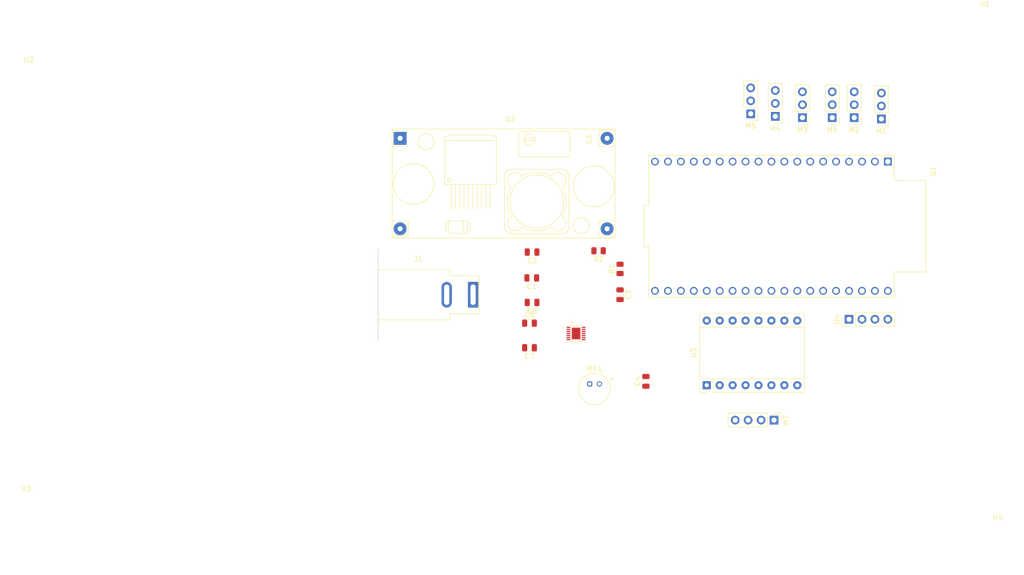
<source format=kicad_pcb>
(kicad_pcb (version 20241229) (generator "pcbnew") (generator_version "9.0")
  (layers (0 "F.Cu" signal) (2 "B.Cu" signal) (13 "F.Paste" user) (15 "B.Paste" user) (5 "F.SilkS" user "F.Silkscreen") (7 "B.SilkS" user "B.Silkscreen") (1 "F.Mask" user) (3 "B.Mask" user) (25 "Edge.Cuts" user))
  (net 0 "")
  (net 1 "12V")
  (net 2 "GND")
  (net 3 "Net-(U5-MICIN)")
  (net 4 "Net-(MK1-+)")
  (net 5 "Net-(U5-BIAS)")
  (net 6 "Net-(U5-CT)")
  (net 7 "Net-(U5-CG)")
  (net 8 "3.3V")
  (net 9 "7.2V")
  (net 10 "/THUMB_1")
  (net 11 "/THUMB_2")
  (net 12 "/INDEX")
  (net 13 "/MIDDLE")
  (net 14 "/RING")
  (net 15 "/PINKIE")
  (net 16 "Net-(U3-2B)")
  (net 17 "Net-(M7--)")
  (net 18 "Net-(U3-1A)")
  (net 19 "Net-(U3-1B)")
  (net 20 "Net-(U5-TH)")
  (net 24 "/CW")
  (net 25 "/DIR_PIN")
  (net 27 "/STEP_PIN")
  (net 29 "5V")
  (net 31 "/MP_OUT")
  (net 41 "/DT")
  (footprint "Capacitor_SMD:C_0805_2012Metric" (layer "F.Cu") (at 177.038 93.98 180)
    (property "Reference" "C7" (at 0 -1.68 0) (layer "F.SilkS"))
    (property "Value" "1uF")
    (fp_line (start -0.261252 0.735) (end 0.261252 0.735) (stroke (width 0.12)) (layer "F.SilkS"))
    (fp_line (start -0.261252 -0.735) (end 0.261252 -0.735) (stroke (width 0.12)) (layer "F.SilkS"))
    (pad "1" smd roundrect (at -0.95 0 180) (size 1 1.45) (layers "F.Cu" "F.Mask" "F.Paste") (net 8 "3.3V"))
    (pad "2" smd roundrect (at 0.95 0 180) (size 1 1.45) (layers "F.Cu" "F.Mask" "F.Paste") (net 2 "GND"))
  )
  (footprint "Connector_PinHeader_2.54mm:PinHeader_1x04_P2.54mm_Vertical" (layer "F.Cu") (at 239.776 88.392 90)
    (property "Reference" "U4" (at 0 -2.38 90) (layer "F.SilkS"))
    (property "Value" "~")
    (fp_line (start -1.38 -1.38) (end 0 -1.38) (stroke (width 0.12)) (layer "F.SilkS"))
    (fp_line (start -1.38 0) (end -1.38 -1.38) (stroke (width 0.12)) (layer "F.SilkS"))
    (fp_line (start 1.38 1.27) (end 1.38 9) (stroke (width 0.12)) (layer "F.SilkS"))
    (fp_line (start -1.38 1.27) (end 1.38 1.27) (stroke (width 0.12)) (layer "F.SilkS"))
    (fp_line (start -1.38 1.27) (end -1.38 9) (stroke (width 0.12)) (layer "F.SilkS"))
    (fp_line (start -1.38 9) (end 1.38 9) (stroke (width 0.12)) (layer "F.SilkS"))
    (pad "1" thru_hole rect (at 0 0 90) (size 1.7 1.7) (drill 1) (layers "*.Cu" "*.Mask") (net 8 "3.3V"))
    (pad "2" thru_hole circle (at 0 2.54 90) (size 1.7 1.7) (drill 1) (layers "*.Cu" "*.Mask") (net 2 "GND"))
    (pad "3" thru_hole circle (at 0 5.08 90) (size 1.7 1.7) (drill 1) (layers "*.Cu" "*.Mask") (net 24 "/CW"))
    (pad "4" thru_hole circle (at 0 7.62 90) (size 1.7 1.7) (drill 1) (layers "*.Cu" "*.Mask") (net 41 "/DT"))
  )
  (footprint "Connector_BarrelJack:BarrelJack_SwitchcraftConxall_RAPC10U_Horizontal" (layer "F.Cu") (at 165.962 83.566)
    (property "Reference" "J1" (at -10.8 -7 0) (layer "F.SilkS"))
    (property "Value" "Barrel_Jack")
    (fp_line (start -18.55 4.945) (end -4.55 4.945) (stroke (width 0.12)) (layer "F.SilkS"))
    (fp_line (start -4.55 -4.945) (end -18.55 -4.945) (stroke (width 0.12)) (layer "F.SilkS"))
    (fp_line (start -4.55 -3.74) (end -4.55 -4.945) (stroke (width 0.12)) (layer "F.SilkS"))
    (fp_line (start -4.55 3.74) (end 1.22 3.74) (stroke (width 0.12)) (layer "F.SilkS"))
    (fp_line (start -4.55 4.945) (end -4.55 3.74) (stroke (width 0.12)) (layer "F.SilkS"))
    (fp_line (start 1.22 -3.74) (end -4.55 -3.74) (stroke (width 0.12)) (layer "F.SilkS"))
    (fp_line (start 1.22 3.74) (end 1.22 -3.74) (stroke (width 0.12)) (layer "F.SilkS"))
    (fp_line (start -18.67 -9) (end -18.67 9) (stroke (width 0.12)) (layer "Edge.Cuts"))
    (pad "1" thru_hole rect (at 0 0) (size 2.02 5.02) (drill oval 1.02 4.02) (layers "*.Cu" "*.Mask") (net 1 "12V"))
    (pad "2" thru_hole oval (at -5.18 0) (size 2.02 5.02) (drill oval 1.02 4.02) (layers "*.Cu" "*.Mask") (net 2 "GND"))
  )
  (footprint "MountingHole:MountingHole_4.3mm_M4" (layer "F.Cu") (at 268.986 132.588)
    (property "Reference" "H4" (at 0 -5.25 0) (layer "F.SilkS"))
    (property "Value" "MountingHole")
    (pad "" np_thru_hole circle (at 0 0) (size 4.3 4.3) (drill 4.3) (layers "*.Cu" "*.Mask"))
  )
  (footprint "Capacitor_SMD:C_0805_2012Metric" (layer "F.Cu") (at 177.546 85.09 180)
    (property "Reference" "C5" (at 0 -1.68 0) (layer "F.SilkS"))
    (property "Value" "470nF")
    (fp_line (start -0.261252 0.735) (end 0.261252 0.735) (stroke (width 0.12)) (layer "F.SilkS"))
    (fp_line (start -0.261252 -0.735) (end 0.261252 -0.735) (stroke (width 0.12)) (layer "F.SilkS"))
    (pad "1" smd roundrect (at -0.95 0 180) (size 1 1.45) (layers "F.Cu" "F.Mask" "F.Paste") (net 2 "GND"))
    (pad "2" smd roundrect (at 0.95 0 180) (size 1 1.45) (layers "F.Cu" "F.Mask" "F.Paste") (net 6 "Net-(U5-CT)"))
  )
  (footprint "MountingHole:MountingHole_4.3mm_M4" (layer "F.Cu") (at 266.446 31.75)
    (property "Reference" "H1" (at 0 -5.25 0) (layer "F.SilkS"))
    (property "Value" "MountingHole")
    (pad "" np_thru_hole circle (at 0 0) (size 4.3 4.3) (drill 4.3) (layers "*.Cu" "*.Mask"))
  )
  (footprint "MAX9814ETD_T:SON40P300X300X80-15N" (layer "F.Cu") (at 186.182 91.186)
    (property "Reference" "U5" (at -0.784 -2.1032 0) (layer "F.SilkS") (effects (font (size 0.32 0.32))))
    (property "Value" "MAX9814ETD_T")
    (fp_line (start -1.55 -1.55) (end 1.55 -1.55) (stroke (width 0.127)) (layer "F.SilkS"))
    (fp_line (start -1.55 1.55) (end 1.55 1.55) (stroke (width 0.127)) (layer "F.SilkS"))
    (fp_circle (center -2.5 -1.2) (end -2.4 -1.2) (stroke (width 0.2)) (fill no) (layer "F.SilkS"))
    (pad "1" smd roundrect (at -1.485 -1.2) (size 0.76 0.22) (layers "F.Cu" "F.Mask" "F.Paste") (roundrect_rratio 0.125) (net 6 "Net-(U5-CT)"))
    (pad "2" smd roundrect (at -1.485 -0.8) (size 0.76 0.22) (layers "F.Cu" "F.Mask" "F.Paste") (roundrect_rratio 0.125) (net 8 "3.3V"))
    (pad "3" smd roundrect (at -1.485 -0.4) (size 0.76 0.22) (layers "F.Cu" "F.Mask" "F.Paste") (roundrect_rratio 0.125) (net 7 "Net-(U5-CG)"))
    (pad "4" smd roundrect (at -1.485 0) (size 0.76 0.22) (layers "F.Cu" "F.Mask" "F.Paste") (roundrect_rratio 0.125))
    (pad "5" smd roundrect (at -1.485 0.4) (size 0.76 0.22) (layers "F.Cu" "F.Mask" "F.Paste") (roundrect_rratio 0.125) (net 8 "3.3V"))
    (pad "6" smd roundrect (at -1.485 0.8) (size 0.76 0.22) (layers "F.Cu" "F.Mask" "F.Paste") (roundrect_rratio 0.125) (net 31 "/MP_OUT"))
    (pad "7" smd roundrect (at -1.485 1.2) (size 0.76 0.22) (layers "F.Cu" "F.Mask" "F.Paste") (roundrect_rratio 0.125) (net 2 "GND"))
    (pad "8" smd roundrect (at 1.485 1.2) (size 0.76 0.22) (layers "F.Cu" "F.Mask" "F.Paste") (roundrect_rratio 0.125) (net 3 "Net-(U5-MICIN)"))
    (pad "9" smd roundrect (at 1.485 0.8) (size 0.76 0.22) (layers "F.Cu" "F.Mask" "F.Paste") (roundrect_rratio 0.125) (net 2 "GND"))
    (pad "10" smd roundrect (at 1.485 0.4) (size 0.76 0.22) (layers "F.Cu" "F.Mask" "F.Paste") (roundrect_rratio 0.125) (net 8 "3.3V"))
    (pad "11" smd roundrect (at 1.485 0) (size 0.76 0.22) (layers "F.Cu" "F.Mask" "F.Paste") (roundrect_rratio 0.125))
    (pad "12" smd roundrect (at 1.485 -0.4) (size 0.76 0.22) (layers "F.Cu" "F.Mask" "F.Paste") (roundrect_rratio 0.125) (net 5 "Net-(U5-BIAS)"))
    (pad "13" smd roundrect (at 1.485 -0.8) (size 0.76 0.22) (layers "F.Cu" "F.Mask" "F.Paste") (roundrect_rratio 0.125) (net 4 "Net-(MK1-+)"))
    (pad "14" smd roundrect (at 1.485 -1.2) (size 0.76 0.22) (layers "F.Cu" "F.Mask" "F.Paste") (roundrect_rratio 0.125) (net 20 "Net-(U5-TH)"))
    (pad "15" smd rect (at 0 0) (size 1.7 2.3) (layers "F.Cu" "F.Mask") (net 2 "GND"))
  )
  (footprint "Resistor_SMD:R_0805_2012Metric" (layer "F.Cu") (at 190.6035 74.93 180)
    (property "Reference" "R2" (at 0 -1.65 0) (layer "F.SilkS"))
    (property "Value" "100k")
    (fp_line (start -0.227064 0.735) (end 0.227064 0.735) (stroke (width 0.12)) (layer "F.SilkS"))
    (fp_line (start -0.227064 -0.735) (end 0.227064 -0.735) (stroke (width 0.12)) (layer "F.SilkS"))
    (pad "1" smd roundrect (at -0.9125 0 180) (size 1.025 1.4) (layers "F.Cu" "F.Mask" "F.Paste") (roundrect_rratio 0.243902) (net 20 "Net-(U5-TH)"))
    (pad "2" smd roundrect (at 0.9125 0 180) (size 1.025 1.4) (layers "F.Cu" "F.Mask" "F.Paste") (roundrect_rratio 0.243902) (net 2 "GND"))
  )
  (footprint "Module:Pololu_Breakout-16_15.2x20.3mm" (layer "F.Cu") (at 211.836 101.346 90)
    (property "Reference" "U3" (at 6.35 -2.54 90) (layer "F.SilkS"))
    (property "Value" "A4988_Stepper_Motor_Driver")
    (fp_line (start 14.1 -1.4) (end 1.27 -1.4) (stroke (width 0.12)) (layer "F.SilkS"))
    (fp_line (start 11.43 -1.4) (end 11.43 19.18) (stroke (width 0.12)) (layer "F.SilkS"))
    (fp_line (start 1.27 -1.4) (end 1.27 1.27) (stroke (width 0.12)) (layer "F.SilkS"))
    (fp_line (start 0 -1.4) (end -1.4 -1.4) (stroke (width 0.12)) (layer "F.SilkS"))
    (fp_line (start -1.4 -1.4) (end -1.4 0) (stroke (width 0.12)) (layer "F.SilkS"))
    (fp_line (start 1.27 1.27) (end -1.4 1.27) (stroke (width 0.12)) (layer "F.SilkS"))
    (fp_line (start 1.27 1.27) (end 1.27 19.18) (stroke (width 0.12)) (layer "F.SilkS"))
    (fp_line (start -1.4 1.27) (end -1.4 19.18) (stroke (width 0.12)) (layer "F.SilkS"))
    (fp_line (start 14.1 19.18) (end 14.1 -1.4) (stroke (width 0.12)) (layer "F.SilkS"))
    (fp_line (start -1.4 19.18) (end 14.1 19.18) (stroke (width 0.12)) (layer "F.SilkS"))
    (pad "1" thru_hole rect (at 0 0 90) (size 1.6 1.6) (drill 0.8) (layers "*.Cu" "*.Mask") (net 2 "GND"))
    (pad "2" thru_hole oval (at 0 2.54 90) (size 1.6 1.6) (drill 0.8) (layers "*.Cu" "*.Mask") (net 8 "3.3V"))
    (pad "3" thru_hole oval (at 0 5.08 90) (size 1.6 1.6) (drill 0.8) (layers "*.Cu" "*.Mask") (net 19 "Net-(U3-1B)"))
    (pad "4" thru_hole oval (at 0 7.62 90) (size 1.6 1.6) (drill 0.8) (layers "*.Cu" "*.Mask") (net 18 "Net-(U3-1A)"))
    (pad "5" thru_hole oval (at 0 10.16 90) (size 1.6 1.6) (drill 0.8) (layers "*.Cu" "*.Mask") (net 17 "Net-(M7--)"))
    (pad "6" thru_hole oval (at 0 12.7 90) (size 1.6 1.6) (drill 0.8) (layers "*.Cu" "*.Mask") (net 16 "Net-(U3-2B)"))
    (pad "7" thru_hole oval (at 0 15.24 90) (size 1.6 1.6) (drill 0.8) (layers "*.Cu" "*.Mask") (net 2 "GND"))
    (pad "8" thru_hole oval (at 0 17.78 90) (size 1.6 1.6) (drill 0.8) (layers "*.Cu" "*.Mask") (net 1 "12V"))
    (pad "9" thru_hole oval (at 12.7 17.78 90) (size 1.6 1.6) (drill 0.8) (layers "*.Cu" "*.Mask") (net 2 "GND"))
    (pad "10" thru_hole oval (at 12.7 15.24 90) (size 1.6 1.6) (drill 0.8) (layers "*.Cu" "*.Mask"))
    (pad "11" thru_hole oval (at 12.7 12.7 90) (size 1.6 1.6) (drill 0.8) (layers "*.Cu" "*.Mask"))
    (pad "12" thru_hole oval (at 12.7 10.16 90) (size 1.6 1.6) (drill 0.8) (layers "*.Cu" "*.Mask"))
    (pad "13" thru_hole oval (at 12.7 7.62 90) (size 1.6 1.6) (drill 0.8) (layers "*.Cu" "*.Mask"))
    (pad "14" thru_hole oval (at 12.7 5.08 90) (size 1.6 1.6) (drill 0.8) (layers "*.Cu" "*.Mask"))
    (pad "15" thru_hole oval (at 12.7 2.54 90) (size 1.6 1.6) (drill 0.8) (layers "*.Cu" "*.Mask") (net 27 "/STEP_PIN"))
    (pad "16" thru_hole oval (at 12.7 0 90) (size 1.6 1.6) (drill 0.8) (layers "*.Cu" "*.Mask") (net 25 "/DIR_PIN"))
  )
  (footprint "Connector_PinHeader_2.54mm:PinHeader_1x03_P2.54mm_Vertical" (layer "F.Cu") (at 230.632 48.768 180)
    (property "Reference" "M3" (at 0 -2.38 0) (layer "F.SilkS"))
    (property "Value" "Motor_Servo")
    (fp_line (start 1.38 1.27) (end 1.38 6.46) (stroke (width 0.12)) (layer "F.SilkS"))
    (fp_line (start -1.38 6.46) (end 1.38 6.46) (stroke (width 0.12)) (layer "F.SilkS"))
    (fp_line (start -1.38 1.27) (end 1.38 1.27) (stroke (width 0.12)) (layer "F.SilkS"))
    (fp_line (start -1.38 1.27) (end -1.38 6.46) (stroke (width 0.12)) (layer "F.SilkS"))
    (fp_line (start -1.38 0) (end -1.38 -1.38) (stroke (width 0.12)) (layer "F.SilkS"))
    (fp_line (start -1.38 -1.38) (end 0 -1.38) (stroke (width 0.12)) (layer "F.SilkS"))
    (pad "1" thru_hole rect (at 0 0 180) (size 1.7 1.7) (drill 1) (layers "*.Cu" "*.Mask") (net 12 "/INDEX"))
    (pad "2" thru_hole circle (at 0 2.54 180) (size 1.7 1.7) (drill 1) (layers "*.Cu" "*.Mask") (net 9 "7.2V"))
    (pad "3" thru_hole circle (at 0 5.08 180) (size 1.7 1.7) (drill 1) (layers "*.Cu" "*.Mask") (net 2 "GND"))
  )
  (footprint "Resistor_SMD:R_0805_2012Metric" (layer "F.Cu") (at 194.818 78.486 90)
    (property "Reference" "R1" (at 0 -1.65 90) (layer "F.SilkS"))
    (property "Value" "150k")
    (fp_line (start -0.227064 -0.735) (end 0.227064 -0.735) (stroke (width 0.12)) (layer "F.SilkS"))
    (fp_line (start -0.227064 0.735) (end 0.227064 0.735) (stroke (width 0.12)) (layer "F.SilkS"))
    (pad "1" smd roundrect (at -0.9125 0 90) (size 1.025 1.4) (layers "F.Cu" "F.Mask" "F.Paste") (roundrect_rratio 0.243902) (net 4 "Net-(MK1-+)"))
    (pad "2" smd roundrect (at 0.9125 0 90) (size 1.025 1.4) (layers "F.Cu" "F.Mask" "F.Paste") (roundrect_rratio 0.243902) (net 20 "Net-(U5-TH)"))
  )
  (footprint "Connector_PinHeader_2.54mm:PinHeader_1x04_P2.54mm_Vertical" (layer "F.Cu") (at 225.044 108.204 -90)
    (property "Reference" "M7" (at 0 -2.38 90) (layer "F.SilkS"))
    (property "Value" "Stepper_Motor")
    (fp_line (start -1.38 9) (end 1.38 9) (stroke (width 0.12)) (layer "F.SilkS"))
    (fp_line (start -1.38 1.27) (end -1.38 9) (stroke (width 0.12)) (layer "F.SilkS"))
    (fp_line (start -1.38 1.27) (end 1.38 1.27) (stroke (width 0.12)) (layer "F.SilkS"))
    (fp_line (start 1.38 1.27) (end 1.38 9) (stroke (width 0.12)) (layer "F.SilkS"))
    (fp_line (start -1.38 0) (end -1.38 -1.38) (stroke (width 0.12)) (layer "F.SilkS"))
    (fp_line (start -1.38 -1.38) (end 0 -1.38) (stroke (width 0.12)) (layer "F.SilkS"))
    (pad "1" thru_hole rect (at 0 0 270) (size 1.7 1.7) (drill 1) (layers "*.Cu" "*.Mask") (net 16 "Net-(U3-2B)"))
    (pad "2" thru_hole circle (at 0 2.54 270) (size 1.7 1.7) (drill 1) (layers "*.Cu" "*.Mask") (net 17 "Net-(M7--)"))
    (pad "3" thru_hole circle (at 0 5.08 270) (size 1.7 1.7) (drill 1) (layers "*.Cu" "*.Mask") (net 18 "Net-(U3-1A)"))
    (pad "4" thru_hole circle (at 0 7.62 270) (size 1.7 1.7) (drill 1) (layers "*.Cu" "*.Mask") (net 19 "Net-(U3-1B)"))
  )
  (footprint "Connector_PinHeader_2.54mm:PinHeader_1x03_P2.54mm_Vertical" (layer "F.Cu") (at 246.126 49.022 180)
    (property "Reference" "M1" (at 0 -2.38 0) (layer "F.SilkS"))
    (property "Value" "Motor_Servo")
    (fp_line (start 1.38 1.27) (end 1.38 6.46) (stroke (width 0.12)) (layer "F.SilkS"))
    (fp_line (start -1.38 6.46) (end 1.38 6.46) (stroke (width 0.12)) (layer "F.SilkS"))
    (fp_line (start -1.38 1.27) (end 1.38 1.27) (stroke (width 0.12)) (layer "F.SilkS"))
    (fp_line (start -1.38 1.27) (end -1.38 6.46) (stroke (width 0.12)) (layer "F.SilkS"))
    (fp_line (start -1.38 0) (end -1.38 -1.38) (stroke (width 0.12)) (layer "F.SilkS"))
    (fp_line (start -1.38 -1.38) (end 0 -1.38) (stroke (width 0.12)) (layer "F.SilkS"))
    (pad "1" thru_hole rect (at 0 0 180) (size 1.7 1.7) (drill 1) (layers "*.Cu" "*.Mask") (net 10 "/THUMB_1"))
    (pad "2" thru_hole circle (at 0 2.54 180) (size 1.7 1.7) (drill 1) (layers "*.Cu" "*.Mask") (net 9 "7.2V"))
    (pad "3" thru_hole circle (at 0 5.08 180) (size 1.7 1.7) (drill 1) (layers "*.Cu" "*.Mask") (net 2 "GND"))
  )
  (footprint "Sensor_Audio:POM-2244P-C3310-2-R" (layer "F.Cu") (at 188.854 101.092)
    (property "Reference" "MK1" (at 0.95 -3 0) (layer "F.SilkS"))
    (property "Value" "Microphone")
    (fp_line (start 4.3 -1.2) (end 4.3 -0.6) (stroke (width 0.12)) (layer "F.SilkS"))
    (fp_line (start 4.3 -0.9) (end 4 -0.9) (stroke (width 0.12)) (layer "F.SilkS"))
    (fp_line (start 4.3 -0.9) (end 4.6 -0.9) (stroke (width 0.12)) (layer "F.SilkS"))
    (fp_circle (center 0.95 1) (end 4.06 1) (stroke (width 0.12)) (fill no) (layer "F.SilkS"))
    (pad "1" thru_hole roundrect (at 0 0) (size 1 1) (drill 0.65) (layers "*.Cu" "*.Mask") (net 2 "GND"))
    (pad "2" thru_hole circle (at 1.9 0) (size 1 1) (drill 0.65) (layers "*.Cu" "*.Mask") (net 4 "Net-(MK1-+)"))
  )
  (footprint "Capacitor_SMD:C_0805_2012Metric" (layer "F.Cu") (at 199.898 100.584 90)
    (property "Reference" "C4" (at 0 -1.68 90) (layer "F.SilkS"))
    (property "Value" "0.47uF")
    (fp_line (start -0.261252 -0.735) (end 0.261252 -0.735) (stroke (width 0.12)) (layer "F.SilkS"))
    (fp_line (start -0.261252 0.735) (end 0.261252 0.735) (stroke (width 0.12)) (layer "F.SilkS"))
    (pad "1" smd roundrect (at -0.95 0 90) (size 1 1.45) (layers "F.Cu" "F.Mask" "F.Paste") (net 2 "GND"))
    (pad "2" smd roundrect (at 0.95 0 90) (size 1 1.45) (layers "F.Cu" "F.Mask" "F.Paste") (net 5 "Net-(U5-BIAS)"))
  )
  (footprint "Connector_PinHeader_2.54mm:PinHeader_1x03_P2.54mm_Vertical" (layer "F.Cu") (at 240.792 48.768 180)
    (property "Reference" "M2" (at 0 -2.38 0) (layer "F.SilkS"))
    (property "Value" "Motor_Servo")
    (fp_line (start 1.38 1.27) (end 1.38 6.46) (stroke (width 0.12)) (layer "F.SilkS"))
    (fp_line (start -1.38 6.46) (end 1.38 6.46) (stroke (width 0.12)) (layer "F.SilkS"))
    (fp_line (start -1.38 1.27) (end 1.38 1.27) (stroke (width 0.12)) (layer "F.SilkS"))
    (fp_line (start -1.38 1.27) (end -1.38 6.46) (stroke (width 0.12)) (layer "F.SilkS"))
    (fp_line (start -1.38 0) (end -1.38 -1.38) (stroke (width 0.12)) (layer "F.SilkS"))
    (fp_line (start -1.38 -1.38) (end 0 -1.38) (stroke (width 0.12)) (layer "F.SilkS"))
    (pad "1" thru_hole rect (at 0 0 180) (size 1.7 1.7) (drill 1) (layers "*.Cu" "*.Mask") (net 11 "/THUMB_2"))
    (pad "2" thru_hole circle (at 0 2.54 180) (size 1.7 1.7) (drill 1) (layers "*.Cu" "*.Mask") (net 9 "7.2V"))
    (pad "3" thru_hole circle (at 0 5.08 180) (size 1.7 1.7) (drill 1) (layers "*.Cu" "*.Mask") (net 2 "GND"))
  )
  (footprint "Connector_PinHeader_2.54mm:PinHeader_1x03_P2.54mm_Vertical" (layer "F.Cu") (at 225.298 48.514 180)
    (property "Reference" "M4" (at 0 -2.38 0) (layer "F.SilkS"))
    (property "Value" "Motor_Servo")
    (fp_line (start 1.38 1.27) (end 1.38 6.46) (stroke (width 0.12)) (layer "F.SilkS"))
    (fp_line (start -1.38 6.46) (end 1.38 6.46) (stroke (width 0.12)) (layer "F.SilkS"))
    (fp_line (start -1.38 1.27) (end 1.38 1.27) (stroke (width 0.12)) (layer "F.SilkS"))
    (fp_line (start -1.38 1.27) (end -1.38 6.46) (stroke (width 0.12)) (layer "F.SilkS"))
    (fp_line (start -1.38 0) (end -1.38 -1.38) (stroke (width 0.12)) (layer "F.SilkS"))
    (fp_line (start -1.38 -1.38) (end 0 -1.38) (stroke (width 0.12)) (layer "F.SilkS"))
    (pad "1" thru_hole rect (at 0 0 180) (size 1.7 1.7) (drill 1) (layers "*.Cu" "*.Mask") (net 13 "/MIDDLE"))
    (pad "2" thru_hole circle (at 0 2.54 180) (size 1.7 1.7) (drill 1) (layers "*.Cu" "*.Mask") (net 9 "7.2V"))
    (pad "3" thru_hole circle (at 0 5.08 180) (size 1.7 1.7) (drill 1) (layers "*.Cu" "*.Mask") (net 2 "GND"))
  )
  (footprint "Connector_PinHeader_2.54mm:PinHeader_1x03_P2.54mm_Vertical" (layer "F.Cu") (at 236.474 48.768 180)
    (property "Reference" "M6" (at 0 -2.38 0) (layer "F.SilkS"))
    (property "Value" "Motor_Servo")
    (fp_line (start 1.38 1.27) (end 1.38 6.46) (stroke (width 0.12)) (layer "F.SilkS"))
    (fp_line (start -1.38 6.46) (end 1.38 6.46) (stroke (width 0.12)) (layer "F.SilkS"))
    (fp_line (start -1.38 1.27) (end 1.38 1.27) (stroke (width 0.12)) (layer "F.SilkS"))
    (fp_line (start -1.38 1.27) (end -1.38 6.46) (stroke (width 0.12)) (layer "F.SilkS"))
    (fp_line (start -1.38 0) (end -1.38 -1.38) (stroke (width 0.12)) (layer "F.SilkS"))
    (fp_line (start -1.38 -1.38) (end 0 -1.38) (stroke (width 0.12)) (layer "F.SilkS"))
    (pad "1" thru_hole rect (at 0 0 180) (size 1.7 1.7) (drill 1) (layers "*.Cu" "*.Mask") (net 15 "/PINKIE"))
    (pad "2" thru_hole circle (at 0 2.54 180) (size 1.7 1.7) (drill 1) (layers "*.Cu" "*.Mask") (net 9 "7.2V"))
    (pad "3" thru_hole circle (at 0 5.08 180) (size 1.7 1.7) (drill 1) (layers "*.Cu" "*.Mask") (net 2 "GND"))
  )
  (footprint "Capacitor_SMD:C_0805_2012Metric" (layer "F.Cu") (at 177.546 75.184 180)
    (property "Reference" "C2" (at 0 -1.68 0) (layer "F.SilkS"))
    (property "Value" "100 μF")
    (fp_line (start -0.261252 0.735) (end 0.261252 0.735) (stroke (width 0.12)) (layer "F.SilkS"))
    (fp_line (start -0.261252 -0.735) (end 0.261252 -0.735) (stroke (width 0.12)) (layer "F.SilkS"))
    (pad "1" smd roundrect (at -0.95 0 180) (size 1 1.45) (layers "F.Cu" "F.Mask" "F.Paste") (net 1 "12V"))
    (pad "2" smd roundrect (at 0.95 0 180) (size 1 1.45) (layers "F.Cu" "F.Mask" "F.Paste") (net 2 "GND"))
  )
  (footprint "MountingHole:MountingHole_4.3mm_M4" (layer "F.Cu") (at 78.232 127)
    (property "Reference" "H3" (at 0 -5.25 0) (layer "F.SilkS"))
    (property "Value" "MountingHole")
    (pad "" np_thru_hole circle (at 0 0) (size 4.3 4.3) (drill 4.3) (layers "*.Cu" "*.Mask"))
  )
  (footprint "DEVKIT_V1_ESP32-WROOM-32:MODULE_DEVKIT_V1_ESP32-WROOM-32" (layer "F.Cu") (at 224.546 70.104 -90)
    (property "Reference" "U1" (at -10.795 -31.75 90) (layer "F.SilkS"))
    (property "Value" "ESP32-DEVKITC-32UE")
    (fp_line (start -4.07 25) (end 4.06 25) (stroke (width 0.127)) (layer "F.SilkS"))
    (fp_line (start 4.06 25) (end 4.06 24.1) (stroke (width 0.127)) (layer "F.SilkS"))
    (fp_line (start -13.95 24.1) (end -4.07 24.1) (stroke (width 0.127)) (layer "F.SilkS"))
    (fp_line (start -4.07 24.1) (end -4.07 25) (stroke (width 0.127)) (layer "F.SilkS"))
    (fp_line (start 4.06 24.1) (end 13.95 24.1) (stroke (width 0.127)) (layer "F.SilkS"))
    (fp_line (start 13.95 24.1) (end 13.95 -24.1) (stroke (width 0.127)) (layer "F.SilkS"))
    (fp_line (start -13.95 -24.1) (end -13.95 24.1) (stroke (width 0.127)) (layer "F.SilkS"))
    (fp_line (start -9 -24.1) (end -13.95 -24.1) (stroke (width 0.127)) (layer "F.SilkS"))
    (fp_line (start -9 -24.1) (end -9 -30.3) (stroke (width 0.127)) (layer "F.SilkS"))
    (fp_line (start 13.95 -24.1) (end 9 -24.1) (stroke (width 0.127)) (layer "F.SilkS"))
    (fp_line (start -9 -30.3) (end 9 -30.3) (stroke (width 0.127)) (layer "F.SilkS"))
    (fp_line (start 9 -30.3) (end 9 -24.1) (stroke (width 0.127)) (layer "F.SilkS"))
    (fp_circle (center -14.57 -22.97) (end -14.47 -22.97) (stroke (width 0.2)) (fill no) (layer "F.SilkS"))
    (pad "1" thru_hole rect (at -12.7 -22.85 270) (size 1.53 1.53) (drill 1.02) (layers "*.Cu" "*.Mask") (net 8 "3.3V"))
    (pad "2" thru_hole circle (at -12.7 -20.31 270) (size 1.53 1.53) (drill 1.02) (layers "*.Cu" "*.Mask") (net 8 "3.3V"))
    (pad "3" thru_hole circle (at -12.7 -17.77 270) (size 1.53 1.53) (drill 1.02) (layers "*.Cu" "*.Mask"))
    (pad "4" thru_hole circle (at -12.7 -15.23 270) (size 1.53 1.53) (drill 1.02) (layers "*.Cu" "*.Mask"))
    (pad "5" thru_hole circle (at -12.7 -12.69 270) (size 1.53 1.53) (drill 1.02) (layers "*.Cu" "*.Mask") (net 10 "/THUMB_1"))
    (pad "6" thru_hole circle (at -12.7 -10.15 270) (size 1.53 1.53) (drill 1.02) (layers "*.Cu" "*.Mask") (net 11 "/THUMB_2"))
    (pad "7" thru_hole circle (at -12.7 -7.61 270) (size 1.53 1.53) (drill 1.02) (layers "*.Cu" "*.Mask") (net 15 "/PINKIE"))
    (pad "8" thru_hole circle (at -12.7 -5.07 270) (size 1.53 1.53) (drill 1.02) (layers "*.Cu" "*.Mask"))
    (pad "9" thru_hole circle (at -12.7 -2.53 270) (size 1.53 1.53) (drill 1.02) (layers "*.Cu" "*.Mask") (net 12 "/INDEX"))
    (pad "10" thru_hole circle (at -12.7 0.01 270) (size 1.53 1.53) (drill 1.02) (layers "*.Cu" "*.Mask") (net 13 "/MIDDLE"))
    (pad "11" thru_hole circle (at -12.7 2.55 270) (size 1.53 1.53) (drill 1.02) (layers "*.Cu" "*.Mask") (net 14 "/RING"))
    (pad "12" thru_hole circle (at -12.7 5.09 270) (size 1.53 1.53) (drill 1.02) (layers "*.Cu" "*.Mask"))
    (pad "13" thru_hole circle (at -12.7 7.63 270) (size 1.53 1.53) (drill 1.02) (layers "*.Cu" "*.Mask"))
    (pad "14" thru_hole circle (at -12.7 10.17 270) (size 1.53 1.53) (drill 1.02) (layers "*.Cu" "*.Mask") (net 2 "GND"))
    (pad "15" thru_hole circle (at -12.7 12.71 270) (size 1.53 1.53) (drill 1.02) (layers "*.Cu" "*.Mask"))
    (pad "16" thru_hole circle (at -12.7 15.25 270) (size 1.53 1.53) (drill 1.02) (layers "*.Cu" "*.Mask"))
    (pad "17" thru_hole circle (at -12.7 17.79 270) (size 1.53 1.53) (drill 1.02) (layers "*.Cu" "*.Mask"))
    (pad "18" thru_hole circle (at -12.7 20.33 270) (size 1.53 1.53) (drill 1.02) (layers "*.Cu" "*.Mask") (net 31 "/MP_OUT"))
    (pad "19" thru_hole circle (at -12.7 22.87 270) (size 1.53 1.53) (drill 1.02) (layers "*.Cu" "*.Mask") (net 29 "5V"))
    (pad "20" thru_hole circle (at 12.7 22.87 270) (size 1.53 1.53) (drill 1.02) (layers "*.Cu" "*.Mask") (net 2 "GND"))
    (pad "21" thru_hole circle (at 12.7 20.33 270) (size 1.53 1.53) (drill 1.02) (layers "*.Cu" "*.Mask") (net 25 "/DIR_PIN"))
    (pad "22" thru_hole circle (at 12.7 17.79 270) (size 1.53 1.53) (drill 1.02) (layers "*.Cu" "*.Mask") (net 27 "/STEP_PIN"))
    (pad "23" thru_hole circle (at 12.7 15.25 270) (size 1.53 1.53) (drill 1.02) (layers "*.Cu" "*.Mask"))
    (pad "24" thru_hole circle (at 12.7 12.71 270) (size 1.53 1.53) (drill 1.02) (layers "*.Cu" "*.Mask"))
    (pad "25" thru_hole circle (at 12.7 10.17 270) (size 1.53 1.53) (drill 1.02) (layers "*.Cu" "*.Mask"))
    (pad "26" thru_hole circle (at 12.7 7.63 270) (size 1.53 1.53) (drill 1.02) (layers "*.Cu" "*.Mask") (net 2 "GND"))
    (pad "27" thru_hole circle (at 12.7 5.09 270) (size 1.53 1.53) (drill 1.02) (layers "*.Cu" "*.Mask"))
    (pad "28" thru_hole circle (at 12.7 2.55 270) (size 1.53 1.53) (drill 1.02) (layers "*.Cu" "*.Mask"))
    (pad "29" thru_hole circle (at 12.7 0.01 270) (size 1.53 1.53) (drill 1.02) (layers "*.Cu" "*.Mask"))
    (pad "30" thru_hole circle (at 12.7 -2.53 270) (size 1.53 1.53) (drill 1.02) (layers "*.Cu" "*.Mask"))
    (pad "31" thru_hole circle (at 12.7 -5.07 270) (size 1.53 1.53) (drill 1.02) (layers "*.Cu" "*.Mask"))
    (pad "32" thru_hole circle (at 12.7 -7.61 270) (size 1.53 1.53) (drill 1.02) (layers "*.Cu" "*.Mask"))
    (pad "33" thru_hole circle (at 12.7 -10.15 270) (size 1.53 1.53) (drill 1.02) (layers "*.Cu" "*.Mask"))
    (pad "34" thru_hole circle (at 12.7 -12.69 270) (size 1.53 1.53) (drill 1.02) (layers "*.Cu" "*.Mask"))
    (pad "35" thru_hole circle (at 12.7 -15.23 270) (size 1.53 1.53) (drill 1.02) (layers "*.Cu" "*.Mask"))
    (pad "36" thru_hole circle (at 12.7 -17.77 270) (size 1.53 1.53) (drill 1.02) (layers "*.Cu" "*.Mask") (net 24 "/CW"))
    (pad "37" thru_hole circle (at 12.7 -20.31 270) (size 1.53 1.53) (drill 1.02) (layers "*.Cu" "*.Mask") (net 41 "/DT"))
    (pad "38" thru_hole circle (at 12.7 -22.85 270) (size 1.53 1.53) (drill 1.02) (layers "*.Cu" "*.Mask"))
  )
  (footprint "PCB_Components:LM2596" (layer "F.Cu") (at 151.638 52.832)
    (property "Reference" "U2" (at 21.59 -3.81 0) (layer "F.SilkS"))
    (property "Value" "LM2596")
    (fp_line (start -1.555 -1.835) (end -1.555 19.615) (stroke (width 0.12)) (layer "F.SilkS"))
    (fp_line (start -1.555 19.615) (end 42.195 19.615) (stroke (width 0.12)) (layer "F.SilkS"))
    (fp_line (start -1.55 -1.58) (end -0.25 -1.58) (stroke (width 0.12)) (layer "F.SilkS"))
    (fp_line (start -1.55 1.575) (end 1.58 1.58) (stroke (width 0.12)) (layer "F.SilkS"))
    (fp_line (start -1.55 16.2) (end 1.58 16.2) (stroke (width 0.12)) (layer "F.SilkS"))
    (fp_line (start -1.55 19.36) (end 1.58 19.36) (stroke (width 0.12)) (layer "F.SilkS"))
    (fp_line (start 1.58 1.27) (end 1.58 1.58) (stroke (width 0.12)) (layer "F.SilkS"))
    (fp_line (start 1.58 16.2) (end 1.58 19.36) (stroke (width 0.12)) (layer "F.SilkS"))
    (fp_line (start 8.749233 1.004149) (end 8.749233 1.165687) (stroke (width 0.12)) (layer "F.SilkS"))
    (fp_line (start 8.750233 -0.36239) (end 10.400233 -0.653329) (stroke (width 0.12)) (layer "F.SilkS"))
    (fp_line (start 8.750233 8.989106) (end 8.750233 -0.36239) (stroke (width 0.12)) (layer "F.SilkS"))
    (fp_line (start 8.750233 8.989106) (end 8.827797 9.06667) (stroke (width 0.12)) (layer "F.SilkS"))
    (fp_line (start 8.827797 9.06667) (end 18.83267 9.06667) (stroke (width 0.12)) (layer "F.SilkS"))
    (fp_line (start 9.031636 16.558217) (end 9.481636 16.558217) (stroke (width 0.12)) (layer "F.SilkS"))
    (fp_line (start 9.031636 18.308217) (end 9.031636 16.558217) (stroke (width 0.12)) (layer "F.SilkS"))
    (fp_line (start 9.481636 18.308217) (end 9.031636 18.308217) (stroke (width 0.12)) (layer "F.SilkS"))
    (fp_line (start 9.481636 18.583217) (end 9.481636 16.283217) (stroke (width 0.12)) (layer "F.SilkS"))
    (fp_line (start 9.581636 16.183217) (end 13.181636 16.183217) (stroke (width 0.12)) (layer "F.SilkS"))
    (fp_line (start 10.010233 13.69667) (end 10.010233 9.06667) (stroke (width 0.12)) (layer "F.SilkS"))
    (fp_line (start 10.010233 13.69667) (end 10.850233 13.69667) (stroke (width 0.12)) (layer "F.SilkS"))
    (fp_line (start 10.400233 -0.653329) (end 17.260233 -0.653329) (stroke (width 0.12)) (layer "F.SilkS"))
    (fp_line (start 10.850233 13.69667) (end 10.850233 9.06667) (stroke (width 0.12)) (layer "F.SilkS"))
    (fp_line (start 11.710233 13.69667) (end 11.710233 9.06667) (stroke (width 0.12)) (layer "F.SilkS"))
    (fp_line (start 11.710233 13.69667) (end 12.550233 13.69667) (stroke (width 0.12)) (layer "F.SilkS"))
    (fp_line (start 12.411358 16.283217) (end 12.411358 18.583217) (stroke (width 0.12)) (layer "F.SilkS"))
    (fp_line (start 12.550233 13.69667) (end 12.550233 9.06667) (stroke (width 0.12)) (layer "F.SilkS"))
    (fp_line (start 13.181636 18.683217) (end 9.581636 18.683217) (stroke (width 0.12)) (layer "F.SilkS"))
    (fp_line (start 13.281636 16.283217) (end 13.281636 18.583217) (stroke (width 0.12)) (layer "F.SilkS"))
    (fp_line (start 13.281636 16.558217) (end 13.731636 16.558217) (stroke (width 0.12)) (layer "F.SilkS"))
    (fp_line (start 13.282636 16.794696) (end 13.282636 16.700144) (stroke (width 0.12)) (layer "F.SilkS"))
    (fp_line (start 13.410233 13.69667) (end 13.410233 9.06667) (stroke (width 0.12)) (layer "F.SilkS"))
    (fp_line (start 13.410233 13.69667) (end 14.250233 13.69667) (stroke (width 0.12)) (layer "F.SilkS"))
    (fp_line (start 13.731636 16.558217) (end 13.731636 18.308217) (stroke (width 0.12)) (layer "F.SilkS"))
    (fp_line (start 13.731636 18.308217) (end 13.281636 18.308217) (stroke (width 0.12)) (layer "F.SilkS"))
    (fp_line (start 14.250233 13.69667) (end 14.250233 9.06667) (stroke (width 0.12)) (layer "F.SilkS"))
    (fp_line (start 15.110233 13.69667) (end 15.110233 9.06667) (stroke (width 0.12)) (layer "F.SilkS"))
    (fp_line (start 15.110233 13.69667) (end 15.950233 13.69667) (stroke (width 0.12)) (layer "F.SilkS"))
    (fp_line (start 15.950233 13.69667) (end 15.950233 9.06667) (stroke (width 0.12)) (layer "F.SilkS"))
    (fp_line (start 16.810233 13.69667) (end 16.810233 9.06667) (stroke (width 0.12)) (layer "F.SilkS"))
    (fp_line (start 16.810233 13.69667) (end 17.650233 13.69667) (stroke (width 0.12)) (layer "F.SilkS"))
    (fp_line (start 17.260233 -0.653329) (end 18.910233 -0.36239) (stroke (width 0.12)) (layer "F.SilkS"))
    (fp_line (start 17.650233 13.69667) (end 17.650233 9.06667) (stroke (width 0.12)) (layer "F.SilkS"))
    (fp_line (start 18.83267 9.06667) (end 18.910233 8.989106) (stroke (width 0.12)) (layer "F.SilkS"))
    (fp_line (start 18.910233 0.42667) (end 8.750233 0.42667) (stroke (width 0.12)) (layer "F.SilkS"))
    (fp_line (start 18.910233 8.989106) (end 18.910233 -0.36239) (stroke (width 0.12)) (layer "F.SilkS"))
    (fp_line (start 20.467397 7.585796) (end 20.467397 17.285796) (stroke (width 0.12)) (layer "F.SilkS"))
    (fp_line (start 21.967397 18.785796) (end 31.667397 18.785796) (stroke (width 0.12)) (layer "F.SilkS"))
    (fp_line (start 23.299783 3.582294) (end 23.299783 -1.317705) (stroke (width 0.12)) (layer "F.SilkS"))
    (fp_line (start 23.349783 -1.367705) (end 33.249783 -1.367705) (stroke (width 0.12)) (layer "F.SilkS"))
    (fp_line (start 24.336385 -0.0491) (end 24.360553 -0.017705) (stroke (width 0.12)) (layer "F.SilkS"))
    (fp_line (start 24.348594 0.007294) (end 24.324147 0.002062) (stroke (width 0.12)) (layer "F.SilkS"))
    (fp_line (start 24.348594 0.007294) (end 24.355764 -0.023925) (stroke (width 0.12)) (layer "F.SilkS"))
    (fp_line (start 24.348594 0.007294) (end 24.360553 -0.017705) (stroke (width 0.12)) (layer "F.SilkS"))
    (fp_line (start 24.360553 0.482294) (end 26.439014 0.482294) (stroke (width 0.12)) (layer "F.SilkS"))
    (fp_line (start 26.439014 -0.017705) (end 24.360553 -0.017705) (stroke (width 0.12)) (layer "F.SilkS"))
    (fp_line (start 31.667397 6.085796) (end 21.967397 6.085796) (stroke (width 0.12)) (layer "F.SilkS"))
    (fp_line (start 31.858978 -1.368705) (end 31.814106 -1.368705) (stroke (width 0.12)) (layer "F.SilkS"))
    (fp_line (start 31.942312 -1.368705) (end 31.908357 -1.368705) (stroke (width 0.12)) (layer "F.SilkS"))
    (fp_line (start 33.167397 17.285796) (end 33.167397 7.585796) (stroke (width 0.12)) (layer "F.SilkS"))
    (fp_line (start 33.249783 3.632294) (end 23.349783 3.632294) (stroke (width 0.12)) (layer "F.SilkS"))
    (fp_line (start 33.299783 -1.317705) (end 33.299783 3.582294) (stroke (width 0.12)) (layer "F.SilkS"))
    (fp_line (start 36.648681 -0.299704) (end 37.448681 -0.299704) (stroke (width 0.12)) (layer "F.SilkS"))
    (fp_line (start 36.648681 0.980295) (end 36.648681 -0.619704) (stroke (width 0.12)) (layer "F.SilkS"))
    (fp_line (start 37.448681 -0.619704) (end 36.648681 -0.619704) (stroke (width 0.12)) (layer "F.SilkS"))
    (fp_line (start 37.448681 -0.619704) (end 37.448681 0.980295) (stroke (width 0.12)) (layer "F.SilkS"))
    (fp_line (start 37.448681 0.660295) (end 36.648681 0.660295) (stroke (width 0.12)) (layer "F.SilkS"))
    (fp_line (start 37.448681 0.980295) (end 36.648681 0.980295) (stroke (width 0.12)) (layer "F.SilkS"))
    (fp_line (start 39.06 -1.58) (end 42.175 -1.58) (stroke (width 0.12)) (layer "F.SilkS"))
    (fp_line (start 39.06 1.58) (end 39.06 -1.58) (stroke (width 0.12)) (layer "F.SilkS"))
    (fp_line (start 39.06 1.58) (end 42.22 1.58) (stroke (width 0.12)) (layer "F.SilkS"))
    (fp_line (start 39.06 16.2) (end 42.175 16.2) (stroke (width 0.12)) (layer "F.SilkS"))
    (fp_line (start 39.06 19.36) (end 39.06 16.2) (stroke (width 0.12)) (layer "F.SilkS"))
    (fp_line (start 39.06 19.36) (end 42.175 19.36) (stroke (width 0.12)) (layer "F.SilkS"))
    (fp_line (start 42.195 -1.835) (end -1.555 -1.835) (stroke (width 0.12)) (layer "F.SilkS"))
    (fp_line (start 42.195 19.615) (end 42.195 -1.835) (stroke (width 0.12)) (layer "F.SilkS"))
    (fp_arc (start 9.481636 16.283217) (mid 9.510925 16.212506) (end 9.581636 16.183217) (stroke (width 0.12)) (layer "F.SilkS"))
    (fp_arc (start 9.581636 18.683217) (mid 9.510925 18.653928) (end 9.481636 18.583217) (stroke (width 0.12)) (layer "F.SilkS"))
    (fp_arc (start 13.181636 16.183217) (mid 13.252347 16.212506) (end 13.281636 16.283217) (stroke (width 0.12)) (layer "F.SilkS"))
    (fp_arc (start 13.281636 18.583217) (mid 13.252347 18.653928) (end 13.181636 18.683217) (stroke (width 0.12)) (layer "F.SilkS"))
    (fp_arc (start 20.467397 7.585796) (mid 20.906737 6.525136) (end 21.967397 6.085796) (stroke (width 0.12)) (layer "F.SilkS"))
    (fp_arc (start 21.781131 9.46601) (mid 21.825145 9.526245) (end 21.815218 9.600183) (stroke (width 0.12)) (layer "F.SilkS"))
    (fp_arc (start 21.781132 9.466011) (mid 21.514096 7.132496) (end 23.847611 7.399531) (stroke (width 0.12)) (layer "F.SilkS"))
    (fp_arc (start 21.815217 15.271409) (mid 21.825145 15.345347) (end 21.781132 15.405582) (stroke (width 0.12)) (layer "F.SilkS"))
    (fp_arc (start 21.815218 15.27141) (mid 21.067397 12.435796) (end 21.815218 9.600183) (stroke (width 0.12)) (layer "F.SilkS"))
    (fp_arc (start 21.967397 18.785796) (mid 20.906737 18.346456) (end 20.467397 17.285796) (stroke (width 0.12)) (layer "F.SilkS"))
    (fp_arc (start 23.299783 -1.317705) (mid 23.314428 -1.35306) (end 23.349783 -1.367705) (stroke (width 0.12)) (layer "F.SilkS"))
    (fp_arc (start 23.349783 3.632294) (mid 23.314428 3.617649) (end 23.299783 3.582294) (stroke (width 0.12)) (layer "F.SilkS"))
    (fp_arc (start 23.847611 17.472062) (mid 21.514095 17.739097) (end 21.781132 15.405582) (stroke (width 0.12)) (layer "F.SilkS"))
    (fp_arc (start 23.847611 17.472062) (mid 23.907845 17.428049) (end 23.981783 17.437976) (stroke (width 0.12)) (layer "F.SilkS"))
    (fp_arc (start 23.981783 7.433617) (mid 23.907845 7.443544) (end 23.847611 7.399531) (stroke (width 0.12)) (layer "F.SilkS"))
    (fp_arc (start 23.981784 7.433617) (mid 26.817397 6.685796) (end 29.653011 7.433617) (stroke (width 0.12)) (layer "F.SilkS"))
    (fp_arc (start 24.324148 0.462527) (mid 26.469605 -0.023594) (end 24.336385 0.51369) (stroke (width 0.12)) (layer "F.SilkS"))
    (fp_arc (start 29.653011 17.437976) (mid 26.817397 18.185797) (end 23.981783 17.437976) (stroke (width 0.12)) (layer "F.SilkS"))
    (fp_arc (start 29.653011 17.437976) (mid 29.726949 17.428049) (end 29.787183 17.472062) (stroke (width 0.12)) (layer "F.SilkS"))
    (fp_arc (start 29.787183 7.399531) (mid 29.726949 7.443544) (end 29.653011 7.433617) (stroke (width 0.12)) (layer "F.SilkS"))
    (fp_arc (start 29.787183 7.399531) (mid 32.120699 7.132496) (end 31.853662 9.466011) (stroke (width 0.12)) (layer "F.SilkS"))
    (fp_arc (start 31.667397 6.085796) (mid 32.728057 6.525136) (end 33.167397 7.585796) (stroke (width 0.12)) (layer "F.SilkS"))
    (fp_arc (start 31.819576 9.600183) (mid 32.567397 12.435796) (end 31.819576 15.27141) (stroke (width 0.12)) (layer "F.SilkS"))
    (fp_arc (start 31.819577 9.600184) (mid 31.809649 9.526246) (end 31.853662 9.466011) (stroke (width 0.12)) (layer "F.SilkS"))
    (fp_arc (start 31.853662 15.405582) (mid 32.120698 17.739097) (end 29.787183 17.472062) (stroke (width 0.12)) (layer "F.SilkS"))
    (fp_arc (start 31.853663 15.405583) (mid 31.809649 15.345348) (end 31.819576 15.27141) (stroke (width 0.12)) (layer "F.SilkS"))
    (fp_arc (start 33.167397 17.285796) (mid 32.728057 18.346456) (end 31.667397 18.785796) (stroke (width 0.12)) (layer "F.SilkS"))
    (fp_arc (start 33.249783 -1.367705) (mid 33.285138 -1.35306) (end 33.299783 -1.317705) (stroke (width 0.12)) (layer "F.SilkS"))
    (fp_arc (start 33.299783 3.582294) (mid 33.285138 3.617649) (end 33.249783 3.632294) (stroke (width 0.12)) (layer "F.SilkS"))
    (fp_circle (center 2.646666 8.957418) (end 6.646666 8.957418) (stroke (width 0.12)) (fill no) (layer "F.SilkS"))
    (fp_circle (center 5.08 0.635) (end 6.678999 0.635) (stroke (width 0.12)) (fill no) (layer "F.SilkS"))
    (fp_circle (center 9.673179 8.154594) (end 10.048179 8.154594) (stroke (width 0.12)) (fill no) (layer "F.SilkS"))
    (fp_circle (center 26.817397 12.435796) (end 32.067397 12.435796) (stroke (width 0.12)) (fill no) (layer "F.SilkS"))
    (fp_circle (center 35.56 17.145) (end 37.159 17.145) (stroke (width 0.12)) (fill no) (layer "F.SilkS"))
    (fp_circle (center 38.029307 9.455206) (end 42.029307 9.455206) (stroke (width 0.12)) (fill no) (layer "F.SilkS"))
    (pad "1" thru_hole rect (at 0 0) (size 2.54 2.54) (drill 1) (layers "*.Cu" "*.Mask") (net 1 "12V"))
    (pad "2" thru_hole circle (at 0 17.78) (size 2.54 2.54) (drill 1) (layers "*.Cu" "*.Mask") (net 2 "GND"))
    (pad "3" thru_hole circle (at 40.64 17.78) (size 2.54 2.54) (drill 1) (layers "*.Cu" "*.Mask") (net 2 "GND"))
    (pad "4" thru_hole circle (at 40.64 0) (size 2.54 2.54) (drill 1) (layers "*.Cu" "*.Mask") (net 9 "7.2V"))
  )
  (footprint "MountingHole:MountingHole_4.3mm_M4" (layer "F.Cu") (at 78.74 42.672)
    (property "Reference" "H2" (at 0 -5.25 0) (layer "F.SilkS"))
    (property "Value" "MountingHole")
    (pad "" np_thru_hole circle (at 0 0) (size 4.3 4.3) (drill 4.3) (layers "*.Cu" "*.Mask"))
  )
  (footprint "Capacitor_SMD:C_0805_2012Metric" (layer "F.Cu") (at 177.038 89.154)
    (property "Reference" "C6" (at 0 -1.68 0) (layer "F.SilkS"))
    (property "Value" "2.2uF")
    (fp_line (start -0.261252 -0.735) (end 0.261252 -0.735) (stroke (width 0.12)) (layer "F.SilkS"))
    (fp_line (start -0.261252 0.735) (end 0.261252 0.735) (stroke (width 0.12)) (layer "F.SilkS"))
    (pad "1" smd roundrect (at -0.95 0) (size 1 1.45) (layers "F.Cu" "F.Mask" "F.Paste") (net 2 "GND"))
    (pad "2" smd roundrect (at 0.95 0) (size 1 1.45) (layers "F.Cu" "F.Mask" "F.Paste") (net 7 "Net-(U5-CG)"))
  )
  (footprint "Connector_PinHeader_2.54mm:PinHeader_1x03_P2.54mm_Vertical" (layer "F.Cu") (at 220.472 48.006 180)
    (property "Reference" "M5" (at 0 -2.38 0) (layer "F.SilkS"))
    (property "Value" "Motor_Servo")
    (fp_line (start 1.38 1.27) (end 1.38 6.46) (stroke (width 0.12)) (layer "F.SilkS"))
    (fp_line (start -1.38 6.46) (end 1.38 6.46) (stroke (width 0.12)) (layer "F.SilkS"))
    (fp_line (start -1.38 1.27) (end 1.38 1.27) (stroke (width 0.12)) (layer "F.SilkS"))
    (fp_line (start -1.38 1.27) (end -1.38 6.46) (stroke (width 0.12)) (layer "F.SilkS"))
    (fp_line (start -1.38 0) (end -1.38 -1.38) (stroke (width 0.12)) (layer "F.SilkS"))
    (fp_line (start -1.38 -1.38) (end 0 -1.38) (stroke (width 0.12)) (layer "F.SilkS"))
    (pad "1" thru_hole rect (at 0 0 180) (size 1.7 1.7) (drill 1) (layers "*.Cu" "*.Mask") (net 14 "/RING"))
    (pad "2" thru_hole circle (at 0 2.54 180) (size 1.7 1.7) (drill 1) (layers "*.Cu" "*.Mask") (net 9 "7.2V"))
    (pad "3" thru_hole circle (at 0 5.08 180) (size 1.7 1.7) (drill 1) (layers "*.Cu" "*.Mask") (net 2 "GND"))
  )
  (footprint "Capacitor_SMD:C_0805_2012Metric" (layer "F.Cu") (at 194.818 83.566 -90)
    (property "Reference" "C3" (at 0 -1.68 90) (layer "F.SilkS"))
    (property "Value" "0.1uF")
    (fp_line (start -0.261252 0.735) (end 0.261252 0.735) (stroke (width 0.12)) (layer "F.SilkS"))
    (fp_line (start -0.261252 -0.735) (end 0.261252 -0.735) (stroke (width 0.12)) (layer "F.SilkS"))
    (pad "1" smd roundrect (at -0.95 0 270) (size 1 1.45) (layers "F.Cu" "F.Mask" "F.Paste") (net 4 "Net-(MK1-+)"))
    (pad "2" smd roundrect (at 0.95 0 270) (size 1 1.45) (layers "F.Cu" "F.Mask" "F.Paste") (net 3 "Net-(U5-MICIN)"))
  )
  (footprint "Capacitor_SMD:C_0805_2012Metric" (layer "F.Cu") (at 177.48 80.264 180)
    (property "Reference" "C1" (at 0 -1.68 0) (layer "F.SilkS"))
    (property "Value" "22u")
    (fp_line (start -0.261252 0.735) (end 0.261252 0.735) (stroke (width 0.12)) (layer "F.SilkS"))
    (fp_line (start -0.261252 -0.735) (end 0.261252 -0.735) (stroke (width 0.12)) (layer "F.SilkS"))
    (pad "1" smd roundrect (at -0.95 0 180) (size 1 1.45) (layers "F.Cu" "F.Mask" "F.Paste") (net 1 "12V"))
    (pad "2" smd roundrect (at 0.95 0 180) (size 1 1.45) (layers "F.Cu" "F.Mask" "F.Paste") (net 2 "GND"))
  )
)
</source>
